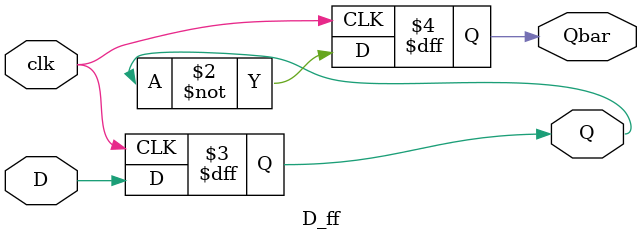
<source format=v>
module D_ff(
			input clk,
			input D,
			output reg Q,
			output reg Qbar
);


always@(posedge clk)

	begin
	Q<=D;
	Qbar<=~Q;
	end
	
	
endmodule

</source>
